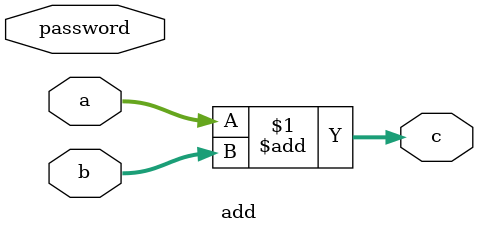
<source format=sv>
module add (
    input logic  [31:0] a,
    input logic  [31:0] b,
    input logic  [47:0] password,
    output logic [31:0] c
);

assign c = a + b;

endmodule
</source>
